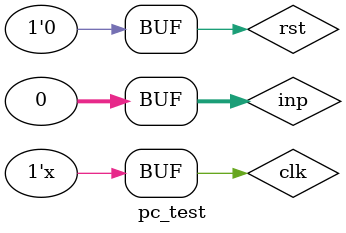
<source format=v>
`timescale 1ns / 1ps


module pc_test;

	// Inputs
	reg [31:0] inp;
	reg clk;
	reg rst;

	// Outputs
	wire [31:0] out, finout;

	// Instantiate the Unit Under Test (UUT)
	pc uut (
		.inp(finout), 
		.out(out), 
		.clk(clk), 
		.rst(rst)
	);
	
	add4 ad(.inp(out), .out(finout));
	

	initial begin
		// Initialize Inputs
		inp = 0;
		clk = 0;
		rst = 0;

		// Wait 100 ns for global reset to finish
		#100;
      rst=1; 
		#10 rst=0;
		// Add stimulus here

	end
	
	always
	#10 clk=~clk;
      
endmodule


</source>
